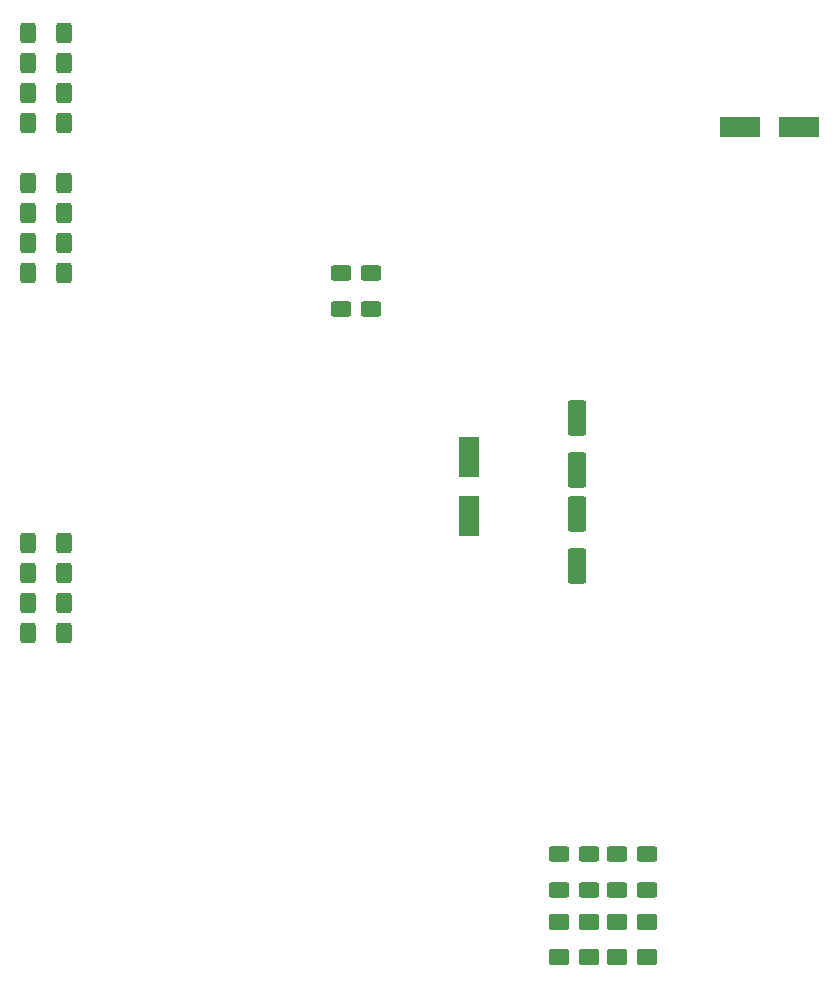
<source format=gbr>
%TF.GenerationSoftware,KiCad,Pcbnew,(6.0.0)*%
%TF.CreationDate,2022-01-02T01:39:18+01:00*%
%TF.ProjectId,mainBoard004,6d61696e-426f-4617-9264-3030342e6b69,rev?*%
%TF.SameCoordinates,Original*%
%TF.FileFunction,Paste,Top*%
%TF.FilePolarity,Positive*%
%FSLAX46Y46*%
G04 Gerber Fmt 4.6, Leading zero omitted, Abs format (unit mm)*
G04 Created by KiCad (PCBNEW (6.0.0)) date 2022-01-02 01:39:18*
%MOMM*%
%LPD*%
G01*
G04 APERTURE LIST*
G04 Aperture macros list*
%AMRoundRect*
0 Rectangle with rounded corners*
0 $1 Rounding radius*
0 $2 $3 $4 $5 $6 $7 $8 $9 X,Y pos of 4 corners*
0 Add a 4 corners polygon primitive as box body*
4,1,4,$2,$3,$4,$5,$6,$7,$8,$9,$2,$3,0*
0 Add four circle primitives for the rounded corners*
1,1,$1+$1,$2,$3*
1,1,$1+$1,$4,$5*
1,1,$1+$1,$6,$7*
1,1,$1+$1,$8,$9*
0 Add four rect primitives between the rounded corners*
20,1,$1+$1,$2,$3,$4,$5,0*
20,1,$1+$1,$4,$5,$6,$7,0*
20,1,$1+$1,$6,$7,$8,$9,0*
20,1,$1+$1,$8,$9,$2,$3,0*%
G04 Aperture macros list end*
%ADD10RoundRect,0.250000X0.550000X-1.250000X0.550000X1.250000X-0.550000X1.250000X-0.550000X-1.250000X0*%
%ADD11R,3.500000X1.800000*%
%ADD12RoundRect,0.250000X0.625000X-0.400000X0.625000X0.400000X-0.625000X0.400000X-0.625000X-0.400000X0*%
%ADD13RoundRect,0.250000X0.400000X0.625000X-0.400000X0.625000X-0.400000X-0.625000X0.400000X-0.625000X0*%
%ADD14RoundRect,0.250001X0.624999X-0.462499X0.624999X0.462499X-0.624999X0.462499X-0.624999X-0.462499X0*%
%ADD15RoundRect,0.250000X-0.550000X1.250000X-0.550000X-1.250000X0.550000X-1.250000X0.550000X1.250000X0*%
%ADD16R,1.800000X3.500000*%
G04 APERTURE END LIST*
D10*
%TO.C,C2*%
X142415500Y-106086000D03*
X142415500Y-101686000D03*
%TD*%
D11*
%TO.C,D4*%
X156222133Y-68863407D03*
X161222133Y-68863407D03*
%TD*%
D12*
%TO.C,R4*%
X143383000Y-133503000D03*
X143383000Y-130403000D03*
%TD*%
%TO.C,R2*%
X145796000Y-133503000D03*
X145796000Y-130403000D03*
%TD*%
%TO.C,R3*%
X148336000Y-133503000D03*
X148336000Y-130403000D03*
%TD*%
D13*
%TO.C,R8*%
X98985000Y-111735000D03*
X95885000Y-111735000D03*
%TD*%
%TO.C,R11*%
X98985000Y-66025000D03*
X95885000Y-66025000D03*
%TD*%
%TO.C,R15*%
X98985000Y-78715000D03*
X95885000Y-78715000D03*
%TD*%
D12*
%TO.C,R22*%
X124968000Y-84328000D03*
X124968000Y-81228000D03*
%TD*%
D13*
%TO.C,R7*%
X98985000Y-109195000D03*
X95885000Y-109195000D03*
%TD*%
%TO.C,R6*%
X98985000Y-106655000D03*
X95885000Y-106655000D03*
%TD*%
%TO.C,R13*%
X98985000Y-73635000D03*
X95885000Y-73635000D03*
%TD*%
D14*
%TO.C,D3*%
X145796000Y-139155500D03*
X145796000Y-136180500D03*
%TD*%
%TO.C,D5*%
X148336000Y-139155500D03*
X148336000Y-136180500D03*
%TD*%
D15*
%TO.C,C1*%
X142415500Y-93558000D03*
X142415500Y-97958000D03*
%TD*%
D12*
%TO.C,R21*%
X122428000Y-84328000D03*
X122428000Y-81228000D03*
%TD*%
D13*
%TO.C,R9*%
X98985000Y-60945000D03*
X95885000Y-60945000D03*
%TD*%
D16*
%TO.C,D2*%
X133271500Y-96814000D03*
X133271500Y-101814000D03*
%TD*%
D14*
%TO.C,D1*%
X140843000Y-139155500D03*
X140843000Y-136180500D03*
%TD*%
D13*
%TO.C,R12*%
X98985000Y-68565000D03*
X95885000Y-68565000D03*
%TD*%
%TO.C,R10*%
X98985000Y-63485000D03*
X95885000Y-63485000D03*
%TD*%
D12*
%TO.C,R1*%
X140843000Y-130403000D03*
X140843000Y-133503000D03*
%TD*%
D13*
%TO.C,R16*%
X98985000Y-81255000D03*
X95885000Y-81255000D03*
%TD*%
%TO.C,R5*%
X98985000Y-104115000D03*
X95885000Y-104115000D03*
%TD*%
D14*
%TO.C,D6*%
X143383000Y-139155500D03*
X143383000Y-136180500D03*
%TD*%
D13*
%TO.C,R14*%
X98985000Y-76175000D03*
X95885000Y-76175000D03*
%TD*%
M02*

</source>
